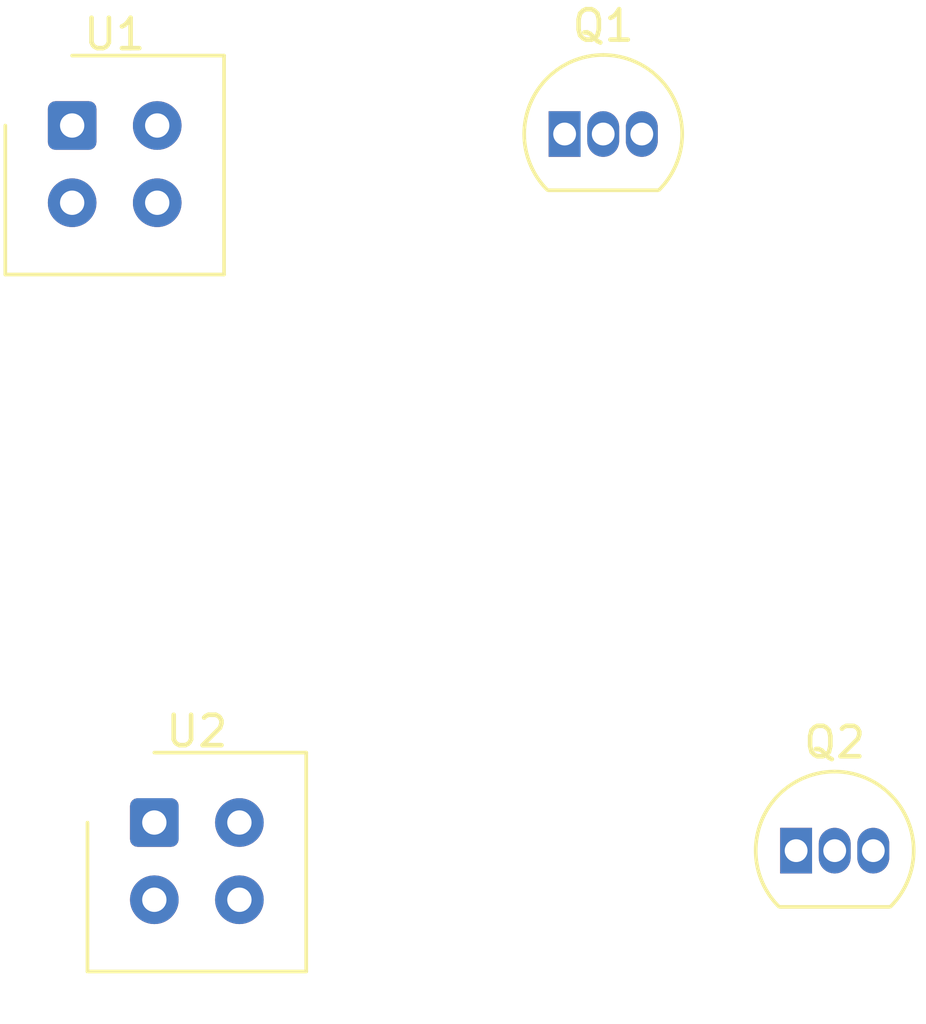
<source format=kicad_pcb>
(kicad_pcb (version 20171130) (host pcbnew "(5.1.2)-1")

  (general
    (thickness 1.6)
    (drawings 0)
    (tracks 0)
    (zones 0)
    (modules 4)
    (nets 11)
  )

  (page A4)
  (layers
    (0 F.Cu signal)
    (31 B.Cu signal)
    (32 B.Adhes user)
    (33 F.Adhes user)
    (34 B.Paste user)
    (35 F.Paste user)
    (36 B.SilkS user)
    (37 F.SilkS user)
    (38 B.Mask user)
    (39 F.Mask user)
    (40 Dwgs.User user)
    (41 Cmts.User user)
    (42 Eco1.User user)
    (43 Eco2.User user)
    (44 Edge.Cuts user)
    (45 Margin user)
    (46 B.CrtYd user)
    (47 F.CrtYd user)
    (48 B.Fab user)
    (49 F.Fab user)
  )

  (setup
    (last_trace_width 0.25)
    (trace_clearance 0.2)
    (zone_clearance 0.508)
    (zone_45_only no)
    (trace_min 0.2)
    (via_size 0.8)
    (via_drill 0.4)
    (via_min_size 0.4)
    (via_min_drill 0.3)
    (uvia_size 0.3)
    (uvia_drill 0.1)
    (uvias_allowed no)
    (uvia_min_size 0.2)
    (uvia_min_drill 0.1)
    (edge_width 0.05)
    (segment_width 0.2)
    (pcb_text_width 0.3)
    (pcb_text_size 1.5 1.5)
    (mod_edge_width 0.12)
    (mod_text_size 1 1)
    (mod_text_width 0.15)
    (pad_size 1.524 1.524)
    (pad_drill 0.762)
    (pad_to_mask_clearance 0.051)
    (solder_mask_min_width 0.25)
    (aux_axis_origin 0 0)
    (visible_elements FFFFFF7F)
    (pcbplotparams
      (layerselection 0x010fc_ffffffff)
      (usegerberextensions false)
      (usegerberattributes false)
      (usegerberadvancedattributes false)
      (creategerberjobfile false)
      (excludeedgelayer true)
      (linewidth 0.100000)
      (plotframeref false)
      (viasonmask false)
      (mode 1)
      (useauxorigin false)
      (hpglpennumber 1)
      (hpglpenspeed 20)
      (hpglpendiameter 15.000000)
      (psnegative false)
      (psa4output false)
      (plotreference true)
      (plotvalue true)
      (plotinvisibletext false)
      (padsonsilk false)
      (subtractmaskfromsilk false)
      (outputformat 1)
      (mirror false)
      (drillshape 1)
      (scaleselection 1)
      (outputdirectory ""))
  )

  (net 0 "")
  (net 1 GNDREF)
  (net 2 "Net-(M1-Pad2)")
  (net 3 "Net-(Q1-Pad2)")
  (net 4 "Net-(M2-Pad2)")
  (net 5 "Net-(Q2-Pad2)")
  (net 6 VCC)
  (net 7 "Net-(R1-Pad1)")
  (net 8 "Net-(R3-Pad1)")
  (net 9 "Net-(R2-Pad1)")
  (net 10 "Net-(R4-Pad1)")

  (net_class Default "Esta es la clase de red por defecto."
    (clearance 0.2)
    (trace_width 0.25)
    (via_dia 0.8)
    (via_drill 0.4)
    (uvia_dia 0.3)
    (uvia_drill 0.1)
    (add_net GNDREF)
    (add_net "Net-(M1-Pad2)")
    (add_net "Net-(M2-Pad2)")
    (add_net "Net-(Q1-Pad2)")
    (add_net "Net-(Q2-Pad2)")
    (add_net "Net-(R1-Pad1)")
    (add_net "Net-(R2-Pad1)")
    (add_net "Net-(R3-Pad1)")
    (add_net "Net-(R4-Pad1)")
    (add_net VCC)
  )

  (module OptoDevice:Vishay_CNY70 (layer F.Cu) (tedit 5B8AF8E9) (tstamp 5DB78D9B)
    (at 22.86 45.72)
    (descr "package for Vishay CNY70 refective photo coupler/interrupter")
    (tags "Vishay CNY70 refective photo coupler")
    (path /5DB95CB0)
    (fp_text reference U2 (at 1.4 -3) (layer F.SilkS)
      (effects (font (size 1 1) (thickness 0.15)))
    )
    (fp_text value CNY70 (at 1.4 5.8) (layer F.Fab)
      (effects (font (size 1 1) (thickness 0.15)))
    )
    (fp_line (start 5.15 5.05) (end -2.35 5.05) (layer F.CrtYd) (width 0.05))
    (fp_line (start 5.15 5.05) (end 5.15 -2.45) (layer F.CrtYd) (width 0.05))
    (fp_line (start -2.35 -2.45) (end -2.35 5.05) (layer F.CrtYd) (width 0.05))
    (fp_line (start -2.35 -2.45) (end 5.15 -2.45) (layer F.CrtYd) (width 0.05))
    (fp_line (start -1.1 -2.2) (end 4.9 -2.2) (layer F.Fab) (width 0.1))
    (fp_line (start 4.9 -2.2) (end 4.9 4.8) (layer F.Fab) (width 0.1))
    (fp_line (start 4.9 4.8) (end -2.1 4.8) (layer F.Fab) (width 0.1))
    (fp_line (start -2.1 4.8) (end -2.1 -1.2) (layer F.Fab) (width 0.1))
    (fp_line (start -2.1 -1.2) (end -1.1 -2.2) (layer F.Fab) (width 0.1))
    (fp_line (start 1.2 -2.2) (end 1.2 -1.9) (layer F.Fab) (width 0.1))
    (fp_line (start 1.2 -1.9) (end 1.6 -1.9) (layer F.Fab) (width 0.1))
    (fp_line (start 1.6 -1.9) (end 1.6 -2.2) (layer F.Fab) (width 0.1))
    (fp_line (start 1.6 4.8) (end 1.6 4.5) (layer F.Fab) (width 0.1))
    (fp_line (start 1.6 4.5) (end 1.2 4.5) (layer F.Fab) (width 0.1))
    (fp_line (start 1.2 4.5) (end 1.2 4.8) (layer F.Fab) (width 0.1))
    (fp_line (start 3.9 3.9) (end 3.9 -1.2) (layer F.Fab) (width 0.1))
    (fp_line (start 3.9 -1.2) (end -1.1 -1.2) (layer F.Fab) (width 0.1))
    (fp_line (start -1.1 -1.2) (end -1.1 3.9) (layer F.Fab) (width 0.1))
    (fp_line (start -1.1 3.9) (end 3.9 3.9) (layer F.Fab) (width 0.1))
    (fp_line (start 5 -2.3) (end 0 -2.3) (layer F.SilkS) (width 0.12))
    (fp_line (start -2.2 0) (end -2.2 4.9) (layer F.SilkS) (width 0.12))
    (fp_line (start -2.2 4.9) (end 5 4.9) (layer F.SilkS) (width 0.12))
    (fp_line (start 5 4.9) (end 5 -2.3) (layer F.SilkS) (width 0.12))
    (fp_text user %R (at 1.5 1.4) (layer F.Fab)
      (effects (font (size 1 1) (thickness 0.15)))
    )
    (pad 1 thru_hole roundrect (at 0 0) (size 1.6 1.6) (drill 0.8) (layers *.Cu *.Mask) (roundrect_rratio 0.156)
      (net 6 VCC))
    (pad 2 thru_hole circle (at 0 2.54) (size 1.6 1.6) (drill 0.8) (layers *.Cu *.Mask)
      (net 9 "Net-(R2-Pad1)"))
    (pad 3 thru_hole circle (at 2.8 2.54) (size 1.6 1.6) (drill 0.8) (layers *.Cu *.Mask)
      (net 6 VCC))
    (pad 4 thru_hole circle (at 2.8 0) (size 1.6 1.6) (drill 0.8) (layers *.Cu *.Mask)
      (net 10 "Net-(R4-Pad1)"))
    (model ${KISYS3DMOD}/OptoDevice.3dshapes/Vishay_CNY70.wrl
      (at (xyz 0 0 0))
      (scale (xyz 1 1 1))
      (rotate (xyz 0 0 0))
    )
  )

  (module OptoDevice:Vishay_CNY70 (layer F.Cu) (tedit 5B8AF8E9) (tstamp 5DB78D7B)
    (at 20.155001 22.795001)
    (descr "package for Vishay CNY70 refective photo coupler/interrupter")
    (tags "Vishay CNY70 refective photo coupler")
    (path /5DB791F5)
    (fp_text reference U1 (at 1.4 -3) (layer F.SilkS)
      (effects (font (size 1 1) (thickness 0.15)))
    )
    (fp_text value CNY70 (at 1.4 5.8) (layer F.Fab)
      (effects (font (size 1 1) (thickness 0.15)))
    )
    (fp_line (start 5.15 5.05) (end -2.35 5.05) (layer F.CrtYd) (width 0.05))
    (fp_line (start 5.15 5.05) (end 5.15 -2.45) (layer F.CrtYd) (width 0.05))
    (fp_line (start -2.35 -2.45) (end -2.35 5.05) (layer F.CrtYd) (width 0.05))
    (fp_line (start -2.35 -2.45) (end 5.15 -2.45) (layer F.CrtYd) (width 0.05))
    (fp_line (start -1.1 -2.2) (end 4.9 -2.2) (layer F.Fab) (width 0.1))
    (fp_line (start 4.9 -2.2) (end 4.9 4.8) (layer F.Fab) (width 0.1))
    (fp_line (start 4.9 4.8) (end -2.1 4.8) (layer F.Fab) (width 0.1))
    (fp_line (start -2.1 4.8) (end -2.1 -1.2) (layer F.Fab) (width 0.1))
    (fp_line (start -2.1 -1.2) (end -1.1 -2.2) (layer F.Fab) (width 0.1))
    (fp_line (start 1.2 -2.2) (end 1.2 -1.9) (layer F.Fab) (width 0.1))
    (fp_line (start 1.2 -1.9) (end 1.6 -1.9) (layer F.Fab) (width 0.1))
    (fp_line (start 1.6 -1.9) (end 1.6 -2.2) (layer F.Fab) (width 0.1))
    (fp_line (start 1.6 4.8) (end 1.6 4.5) (layer F.Fab) (width 0.1))
    (fp_line (start 1.6 4.5) (end 1.2 4.5) (layer F.Fab) (width 0.1))
    (fp_line (start 1.2 4.5) (end 1.2 4.8) (layer F.Fab) (width 0.1))
    (fp_line (start 3.9 3.9) (end 3.9 -1.2) (layer F.Fab) (width 0.1))
    (fp_line (start 3.9 -1.2) (end -1.1 -1.2) (layer F.Fab) (width 0.1))
    (fp_line (start -1.1 -1.2) (end -1.1 3.9) (layer F.Fab) (width 0.1))
    (fp_line (start -1.1 3.9) (end 3.9 3.9) (layer F.Fab) (width 0.1))
    (fp_line (start 5 -2.3) (end 0 -2.3) (layer F.SilkS) (width 0.12))
    (fp_line (start -2.2 0) (end -2.2 4.9) (layer F.SilkS) (width 0.12))
    (fp_line (start -2.2 4.9) (end 5 4.9) (layer F.SilkS) (width 0.12))
    (fp_line (start 5 4.9) (end 5 -2.3) (layer F.SilkS) (width 0.12))
    (fp_text user %R (at 1.5 1.4) (layer F.Fab)
      (effects (font (size 1 1) (thickness 0.15)))
    )
    (pad 1 thru_hole roundrect (at 0 0) (size 1.6 1.6) (drill 0.8) (layers *.Cu *.Mask) (roundrect_rratio 0.156)
      (net 6 VCC))
    (pad 2 thru_hole circle (at 0 2.54) (size 1.6 1.6) (drill 0.8) (layers *.Cu *.Mask)
      (net 7 "Net-(R1-Pad1)"))
    (pad 3 thru_hole circle (at 2.8 2.54) (size 1.6 1.6) (drill 0.8) (layers *.Cu *.Mask)
      (net 6 VCC))
    (pad 4 thru_hole circle (at 2.8 0) (size 1.6 1.6) (drill 0.8) (layers *.Cu *.Mask)
      (net 8 "Net-(R3-Pad1)"))
    (model ${KISYS3DMOD}/OptoDevice.3dshapes/Vishay_CNY70.wrl
      (at (xyz 0 0 0))
      (scale (xyz 1 1 1))
      (rotate (xyz 0 0 0))
    )
  )

  (module Package_TO_SOT_THT:TO-92_Inline (layer F.Cu) (tedit 5A1DD157) (tstamp 5DB78D5B)
    (at 43.985001 46.645001)
    (descr "TO-92 leads in-line, narrow, oval pads, drill 0.75mm (see NXP sot054_po.pdf)")
    (tags "to-92 sc-43 sc-43a sot54 PA33 transistor")
    (path /5DBA9CE2)
    (fp_text reference Q2 (at 1.27 -3.56) (layer F.SilkS)
      (effects (font (size 1 1) (thickness 0.15)))
    )
    (fp_text value 2N3904 (at 1.27 2.79) (layer F.Fab)
      (effects (font (size 1 1) (thickness 0.15)))
    )
    (fp_arc (start 1.27 0) (end 1.27 -2.6) (angle 135) (layer F.SilkS) (width 0.12))
    (fp_arc (start 1.27 0) (end 1.27 -2.48) (angle -135) (layer F.Fab) (width 0.1))
    (fp_arc (start 1.27 0) (end 1.27 -2.6) (angle -135) (layer F.SilkS) (width 0.12))
    (fp_arc (start 1.27 0) (end 1.27 -2.48) (angle 135) (layer F.Fab) (width 0.1))
    (fp_line (start 4 2.01) (end -1.46 2.01) (layer F.CrtYd) (width 0.05))
    (fp_line (start 4 2.01) (end 4 -2.73) (layer F.CrtYd) (width 0.05))
    (fp_line (start -1.46 -2.73) (end -1.46 2.01) (layer F.CrtYd) (width 0.05))
    (fp_line (start -1.46 -2.73) (end 4 -2.73) (layer F.CrtYd) (width 0.05))
    (fp_line (start -0.5 1.75) (end 3 1.75) (layer F.Fab) (width 0.1))
    (fp_line (start -0.53 1.85) (end 3.07 1.85) (layer F.SilkS) (width 0.12))
    (fp_text user %R (at 1.27 -3.56) (layer F.Fab)
      (effects (font (size 1 1) (thickness 0.15)))
    )
    (pad 1 thru_hole rect (at 0 0) (size 1.05 1.5) (drill 0.75) (layers *.Cu *.Mask)
      (net 1 GNDREF))
    (pad 3 thru_hole oval (at 2.54 0) (size 1.05 1.5) (drill 0.75) (layers *.Cu *.Mask)
      (net 4 "Net-(M2-Pad2)"))
    (pad 2 thru_hole oval (at 1.27 0) (size 1.05 1.5) (drill 0.75) (layers *.Cu *.Mask)
      (net 5 "Net-(Q2-Pad2)"))
    (model ${KISYS3DMOD}/Package_TO_SOT_THT.3dshapes/TO-92_Inline.wrl
      (at (xyz 0 0 0))
      (scale (xyz 1 1 1))
      (rotate (xyz 0 0 0))
    )
  )

  (module Package_TO_SOT_THT:TO-92_Inline (layer F.Cu) (tedit 5A1DD157) (tstamp 5DB78D49)
    (at 36.365001 23.075001)
    (descr "TO-92 leads in-line, narrow, oval pads, drill 0.75mm (see NXP sot054_po.pdf)")
    (tags "to-92 sc-43 sc-43a sot54 PA33 transistor")
    (path /5DB86F26)
    (fp_text reference Q1 (at 1.27 -3.56) (layer F.SilkS)
      (effects (font (size 1 1) (thickness 0.15)))
    )
    (fp_text value 2N3904 (at 1.27 2.79) (layer F.Fab)
      (effects (font (size 1 1) (thickness 0.15)))
    )
    (fp_arc (start 1.27 0) (end 1.27 -2.6) (angle 135) (layer F.SilkS) (width 0.12))
    (fp_arc (start 1.27 0) (end 1.27 -2.48) (angle -135) (layer F.Fab) (width 0.1))
    (fp_arc (start 1.27 0) (end 1.27 -2.6) (angle -135) (layer F.SilkS) (width 0.12))
    (fp_arc (start 1.27 0) (end 1.27 -2.48) (angle 135) (layer F.Fab) (width 0.1))
    (fp_line (start 4 2.01) (end -1.46 2.01) (layer F.CrtYd) (width 0.05))
    (fp_line (start 4 2.01) (end 4 -2.73) (layer F.CrtYd) (width 0.05))
    (fp_line (start -1.46 -2.73) (end -1.46 2.01) (layer F.CrtYd) (width 0.05))
    (fp_line (start -1.46 -2.73) (end 4 -2.73) (layer F.CrtYd) (width 0.05))
    (fp_line (start -0.5 1.75) (end 3 1.75) (layer F.Fab) (width 0.1))
    (fp_line (start -0.53 1.85) (end 3.07 1.85) (layer F.SilkS) (width 0.12))
    (fp_text user %R (at 1.27 -3.56) (layer F.Fab)
      (effects (font (size 1 1) (thickness 0.15)))
    )
    (pad 1 thru_hole rect (at 0 0) (size 1.05 1.5) (drill 0.75) (layers *.Cu *.Mask)
      (net 1 GNDREF))
    (pad 3 thru_hole oval (at 2.54 0) (size 1.05 1.5) (drill 0.75) (layers *.Cu *.Mask)
      (net 2 "Net-(M1-Pad2)"))
    (pad 2 thru_hole oval (at 1.27 0) (size 1.05 1.5) (drill 0.75) (layers *.Cu *.Mask)
      (net 3 "Net-(Q1-Pad2)"))
    (model ${KISYS3DMOD}/Package_TO_SOT_THT.3dshapes/TO-92_Inline.wrl
      (at (xyz 0 0 0))
      (scale (xyz 1 1 1))
      (rotate (xyz 0 0 0))
    )
  )

)

</source>
